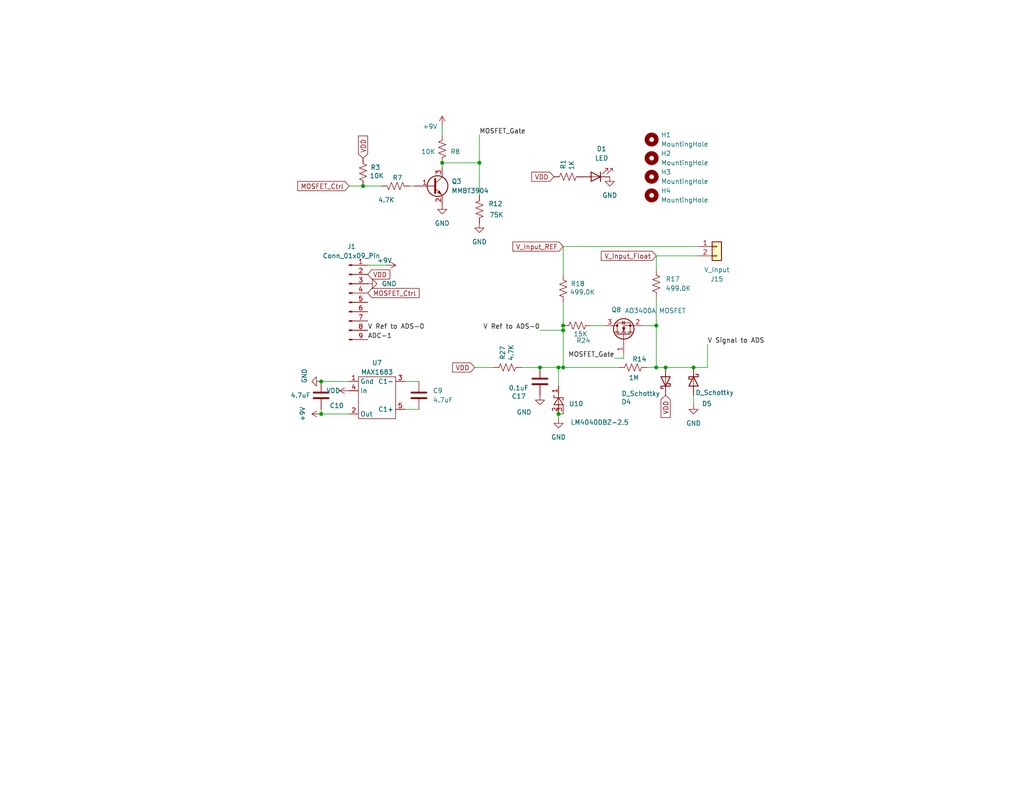
<source format=kicad_sch>
(kicad_sch (version 20250114) (generator "eeschema") (generator_version "9.0")
  (paper "USLetter")
  (title_block (title "Arduino Uno DMM Shield") (date "2025-02-22") (rev "1A") (company "Nick Mann"))
  (lib_symbols
    (symbol "Connector:Conn_01x09_Pin" (pin_names (offset 1.016) (hide yes))
      (property "Reference" "J" (at 0 12.7 0))
      (property "Value" "Conn_01x09_Pin" (at 0 -12.7 0))
      (symbol "Conn_01x09_Pin_1_1"
        (rectangle (start 0.8636 10.287) (end 0 10.033) (stroke (width 0.1524)) (fill (type outline)))
        (rectangle (start 0.8636 7.747) (end 0 7.493) (stroke (width 0.1524)) (fill (type outline)))
        (rectangle (start 0.8636 5.207) (end 0 4.953) (stroke (width 0.1524)) (fill (type outline)))
        (rectangle (start 0.8636 2.667) (end 0 2.413) (stroke (width 0.1524)) (fill (type outline)))
        (rectangle (start 0.8636 0.127) (end 0 -0.127) (stroke (width 0.1524)) (fill (type outline)))
        (rectangle (start 0.8636 -2.413) (end 0 -2.667) (stroke (width 0.1524)) (fill (type outline)))
        (rectangle (start 0.8636 -4.953) (end 0 -5.207) (stroke (width 0.1524)) (fill (type outline)))
        (rectangle (start 0.8636 -7.493) (end 0 -7.747) (stroke (width 0.1524)) (fill (type outline)))
        (rectangle (start 0.8636 -10.033) (end 0 -10.287) (stroke (width 0.1524)) (fill (type outline)))
        (polyline (pts (xy 1.27 10.16) (xy 0.8636 10.16)) (stroke (width 0.1524)))
        (polyline (pts (xy 1.27 7.62) (xy 0.8636 7.62)) (stroke (width 0.1524)))
        (polyline (pts (xy 1.27 5.08) (xy 0.8636 5.08)) (stroke (width 0.1524)))
        (polyline (pts (xy 1.27 2.54) (xy 0.8636 2.54)) (stroke (width 0.1524)))
        (polyline (pts (xy 1.27 0) (xy 0.8636 0)) (stroke (width 0.1524)))
        (polyline (pts (xy 1.27 -2.54) (xy 0.8636 -2.54)) (stroke (width 0.1524)))
        (polyline (pts (xy 1.27 -5.08) (xy 0.8636 -5.08)) (stroke (width 0.1524)))
        (polyline (pts (xy 1.27 -7.62) (xy 0.8636 -7.62)) (stroke (width 0.1524)))
        (polyline (pts (xy 1.27 -10.16) (xy 0.8636 -10.16)) (stroke (width 0.1524)))
        (pin passive line (at 5.08 10.16 180) (length 3.81) (name "Pin_1") (number "1"))
        (pin passive line (at 5.08 7.62 180) (length 3.81) (name "Pin_2") (number "2"))
        (pin passive line (at 5.08 5.08 180) (length 3.81) (name "Pin_3") (number "3"))
        (pin passive line (at 5.08 2.54 180) (length 3.81) (name "Pin_4") (number "4"))
        (pin passive line (at 5.08 0 180) (length 3.81) (name "Pin_5") (number "5"))
        (pin passive line (at 5.08 -2.54 180) (length 3.81) (name "Pin_6") (number "6"))
        (pin passive line (at 5.08 -5.08 180) (length 3.81) (name "Pin_7") (number "7"))
        (pin passive line (at 5.08 -7.62 180) (length 3.81) (name "Pin_8") (number "8"))
        (pin passive line (at 5.08 -10.16 180) (length 3.81) (name "Pin_9") (number "9"))
      )
    )
    (symbol "Connector_Generic:Conn_01x02" (pin_names (offset 1.016) (hide yes))
      (property "Reference" "J" (at 0 2.54 0))
      (property "Value" "Conn_01x02" (at 0 -5.08 0))
      (symbol "Conn_01x02_1_1"
        (rectangle (start -1.27 1.27) (end 1.27 -3.81) (stroke (width 0.254)) (fill (type background)))
        (rectangle (start -1.27 0.127) (end 0 -0.127) (stroke (width 0.1524)))
        (rectangle (start -1.27 -2.413) (end 0 -2.667) (stroke (width 0.1524)))
        (pin passive line (at -5.08 0 0) (length 3.81) (name "Pin_1") (number "1"))
        (pin passive line (at -5.08 -2.54 0) (length 3.81) (name "Pin_2") (number "2"))
      )
    )
    (symbol "Device:C" (pin_numbers (hide yes)) (pin_names (offset 0.254))
      (property "Reference" "C" (at 0.635 2.54 0))
      (property "Value" "C" (at 0.635 -2.54 0))
      (symbol "C_0_1"
        (polyline (pts (xy -2.032 0.762) (xy 2.032 0.762)) (stroke (width 0.508)))
        (polyline (pts (xy -2.032 -0.762) (xy 2.032 -0.762)) (stroke (width 0.508)))
      )
      (symbol "C_1_1"
        (pin passive line (at 0 3.81 270) (length 2.794) (name "~") (number "1"))
        (pin passive line (at 0 -3.81 90) (length 2.794) (name "~") (number "2"))
      )
    )
    (symbol "Device:D_Schottky" (pin_numbers (hide yes)) (pin_names (offset 1.016) (hide yes))
      (property "Reference" "D" (at 0 2.54 0))
      (property "Value" "D_Schottky" (at 0 -2.54 0))
      (symbol "D_Schottky_0_1"
        (polyline (pts (xy -1.905 0.635) (xy -1.905 1.27) (xy -1.27 1.27) (xy -1.27 -1.27) (xy -0.635 -1.27) (xy -0.635 -0.635)) (stroke (width 0.254)))
        (polyline (pts (xy 1.27 1.27) (xy 1.27 -1.27) (xy -1.27 0) (xy 1.27 1.27)) (stroke (width 0.254)))
        (polyline (pts (xy 1.27 0) (xy -1.27 0)))
      )
      (symbol "D_Schottky_1_1"
        (pin passive line (at -3.81 0 0) (length 2.54) (name "K") (number "1"))
        (pin passive line (at 3.81 0 180) (length 2.54) (name "A") (number "2"))
      )
    )
    (symbol "Device:LED" (pin_numbers (hide yes)) (pin_names (offset 1.016) (hide yes))
      (property "Reference" "D" (at 0 2.54 0))
      (property "Value" "LED" (at 0 -2.54 0))
      (symbol "LED_0_1"
        (polyline (pts (xy -3.048 -0.762) (xy -4.572 -2.286) (xy -3.81 -2.286) (xy -4.572 -2.286) (xy -4.572 -1.524)))
        (polyline (pts (xy -1.778 -0.762) (xy -3.302 -2.286) (xy -2.54 -2.286) (xy -3.302 -2.286) (xy -3.302 -1.524)))
        (polyline (pts (xy -1.27 0) (xy 1.27 0)))
        (polyline (pts (xy -1.27 -1.27) (xy -1.27 1.27)) (stroke (width 0.254)))
        (polyline (pts (xy 1.27 -1.27) (xy 1.27 1.27) (xy -1.27 0) (xy 1.27 -1.27)) (stroke (width 0.254)))
      )
      (symbol "LED_1_1"
        (pin passive line (at -3.81 0 0) (length 2.54) (name "K") (number "1"))
        (pin passive line (at 3.81 0 180) (length 2.54) (name "A") (number "2"))
      )
    )
    (symbol "Device:R_US" (pin_numbers (hide yes)) (pin_names (offset 0))
      (property "Reference" "R" (at 2.54 0 90))
      (property "Value" "R_US" (at -2.54 0 90))
      (symbol "R_US_0_1"
        (polyline (pts (xy 0 2.286) (xy 0 2.54)))
        (polyline (pts (xy 0 2.286) (xy 1.016 1.905) (xy 0 1.524) (xy -1.016 1.143) (xy 0 0.762)))
        (polyline (pts (xy 0 0.762) (xy 1.016 0.381) (xy 0 0) (xy -1.016 -0.381) (xy 0 -0.762)))
        (polyline (pts (xy 0 -0.762) (xy 1.016 -1.143) (xy 0 -1.524) (xy -1.016 -1.905) (xy 0 -2.286)))
        (polyline (pts (xy 0 -2.286) (xy 0 -2.54)))
      )
      (symbol "R_US_1_1"
        (pin passive line (at 0 3.81 270) (length 1.27) (name "~") (number "1"))
        (pin passive line (at 0 -3.81 90) (length 1.27) (name "~") (number "2"))
      )
    )
    (symbol "MIC4801:MAX1683"
      (property "Reference" "U" (at 0 0 0))
      (symbol "MAX1683_0_1"
        (rectangle (start 1.27 6.35) (end 11.43 -5.08))
      )
      (symbol "MAX1683_1_1"
        (pin input line (at -1.27 5.08 0) (length 2.54) (name "Gnd") (number "1"))
        (pin input line (at -1.27 2.54 0) (length 2.54) (name "In") (number "4"))
        (pin output line (at -1.27 -3.81 0) (length 2.54) (name "Out") (number "2"))
        (pin output line (at 13.97 5.08 180) (length 2.54) (name "C1-") (number "3"))
        (pin output line (at 13.97 -2.54 180) (length 2.54) (name "C1+") (number "5"))
      )
    )
    (symbol "Mechanical:MountingHole" (pin_names (offset 1.016)) (in_bom no)
      (property "Reference" "H" (at 0 5.08 0))
      (property "Value" "MountingHole" (at 0 3.175 0))
      (symbol "MountingHole_0_1"
        (circle (center 0 0) (radius 1.27) (stroke (width 1.27)))
      )
    )
    (symbol "Reference_Voltage:LM4040DBZ-2.5" (pin_names (offset 0.0254) (hide yes))
      (property "Reference" "U10" (at -1.778 7.112 90))
      (property "Value" "LM4040DBZ-2.5" (at -4.572 17.018 90))
      (symbol "LM4040DBZ-2.5_0_1"
        (polyline (pts (xy -1.27 0) (xy 0 0) (xy 1.27 0)))
        (polyline (pts (xy -1.27 -1.27) (xy 0.635 0) (xy -1.27 1.27) (xy -1.27 -1.27)) (stroke (width 0.2032)))
        (polyline (pts (xy 0 -1.27) (xy 0.635 -1.27) (xy 0.635 1.27) (xy 1.27 1.27)) (stroke (width 0.2032)))
      )
      (symbol "LM4040DBZ-2.5_1_1"
        (pin passive line (at -3.81 0 0) (length 2.54) (name "A") (number "2"))
        (pin input line (at -3.81 -1.27 0) (length 2.54) (name "nc_(gnd)") (number "3"))
        (pin passive line (at 3.81 0 180) (length 2.54) (name "K") (number "1"))
      )
    )
    (symbol "Transistor_BJT:MMBT3904" (pin_names (offset 0) (hide yes))
      (property "Reference" "Q" (at 5.08 1.905 0))
      (property "Value" "MMBT3904" (at 5.08 0 0))
      (symbol "MMBT3904_0_1"
        (polyline (pts (xy 0.635 1.905) (xy 0.635 -1.905) (xy 0.635 -1.905)) (stroke (width 0.508)))
        (polyline (pts (xy 0.635 0.635) (xy 2.54 2.54)))
        (polyline (pts (xy 0.635 -0.635) (xy 2.54 -2.54) (xy 2.54 -2.54)))
        (circle (center 1.27 0) (radius 2.8194) (stroke (width 0.254)))
        (polyline (pts (xy 1.27 -1.778) (xy 1.778 -1.27) (xy 2.286 -2.286) (xy 1.27 -1.778) (xy 1.27 -1.778)) (fill (type outline)))
      )
      (symbol "MMBT3904_1_1"
        (pin input line (at -5.08 0 0) (length 5.715) (name "B") (number "1"))
        (pin passive line (at 2.54 5.08 270) (length 2.54) (name "C") (number "3"))
        (pin passive line (at 2.54 -5.08 90) (length 2.54) (name "E") (number "2"))
      )
    )
    (symbol "Transistor_FET:DMG2302U" (pin_names (hide yes))
      (property "Reference" "Q" (at 5.08 1.905 0))
      (property "Value" "DMG2302U" (at 5.08 0 0))
      (symbol "DMG2302U_0_1"
        (polyline (pts (xy 0.254 1.905) (xy 0.254 -1.905)) (stroke (width 0.254)))
        (polyline (pts (xy 0.254 0) (xy -2.54 0)))
        (polyline (pts (xy 0.762 2.286) (xy 0.762 1.27)) (stroke (width 0.254)))
        (polyline (pts (xy 0.762 0.508) (xy 0.762 -0.508)) (stroke (width 0.254)))
        (polyline (pts (xy 0.762 -1.27) (xy 0.762 -2.286)) (stroke (width 0.254)))
        (polyline (pts (xy 0.762 -1.778) (xy 3.302 -1.778) (xy 3.302 1.778) (xy 0.762 1.778)))
        (polyline (pts (xy 1.016 0) (xy 2.032 0.381) (xy 2.032 -0.381) (xy 1.016 0)) (fill (type outline)))
        (circle (center 1.651 0) (radius 2.794) (stroke (width 0.254)))
        (polyline (pts (xy 2.54 2.54) (xy 2.54 1.778)))
        (circle (center 2.54 1.778) (radius 0.254) (fill (type outline)))
        (circle (center 2.54 -1.778) (radius 0.254) (fill (type outline)))
        (polyline (pts (xy 2.54 -2.54) (xy 2.54 0) (xy 0.762 0)))
        (polyline (pts (xy 2.794 0.508) (xy 2.921 0.381) (xy 3.683 0.381) (xy 3.81 0.254)))
        (polyline (pts (xy 3.302 0.381) (xy 2.921 -0.254) (xy 3.683 -0.254) (xy 3.302 0.381)))
      )
      (symbol "DMG2302U_1_1"
        (pin input line (at -5.08 0 0) (length 2.54) (name "G") (number "1"))
        (pin passive line (at 2.54 5.08 270) (length 2.54) (name "D") (number "3"))
        (pin passive line (at 2.54 -5.08 90) (length 2.54) (name "S") (number "2"))
      )
    )
    (symbol "power:+5V" (power) (pin_names (offset 0))
      (property "Value" "+5V" (at 0 3.556 0))
      (symbol "+5V_0_1"
        (polyline (pts (xy -0.762 1.27) (xy 0 2.54)))
        (polyline (pts (xy 0 2.54) (xy 0.762 1.27)))
        (polyline (pts (xy 0 0) (xy 0 2.54)))
      )
      (symbol "+5V_1_1"
        (pin power_in line (at 0 0 90) (length 0) (hide yes) (name "+5V") (number "1"))
      )
    )
    (symbol "power:+9V" (power) (pin_numbers (hide yes)) (pin_names (offset 0) (hide yes))
      (property "Value" "+9V" (at 0 3.556 0))
      (symbol "+9V_0_1"
        (polyline (pts (xy -0.762 1.27) (xy 0 2.54)))
        (polyline (pts (xy 0 2.54) (xy 0.762 1.27)))
        (polyline (pts (xy 0 0) (xy 0 2.54)))
      )
      (symbol "+9V_1_1"
        (pin power_in line (at 0 0 90) (length 0) (name "~") (number "1"))
      )
    )
    (symbol "power:GND" (power) (pin_names (offset 0))
      (property "Value" "GND" (at 0 -3.81 0))
      (symbol "GND_0_1"
        (polyline (pts (xy 0 0) (xy 0 -1.27) (xy 1.27 -1.27) (xy 0 -2.54) (xy -1.27 -1.27) (xy 0 -1.27)))
      )
      (symbol "GND_1_1"
        (pin power_in line (at 0 0 270) (length 0) (hide yes) (name "GND") (number "1"))
      )
    )
  )
  (junction (at 179.07 100.33))
  (junction (at 99.06 50.8))
  (junction (at 152.4 113.03))
  (junction (at 189.23 100.33))
  (junction (at 153.67 90.17))
  (junction (at 120.65 44.45))
  (junction (at 147.32 100.33))
  (junction (at 153.67 88.9))
  (junction (at 130.81 44.45))
  (junction (at 179.07 88.9))
  (junction (at 181.61 100.33))
  (junction (at 87.63 113.03))
  (junction (at 87.63 104.14))
  (junction (at 153.67 100.33))
  (junction (at 152.4 100.33))
  (wire (pts (xy 153.67 82.55) (xy 153.67 88.9)))
  (wire (pts (xy 153.67 90.17) (xy 153.67 100.33)))
  (wire (pts (xy 179.07 69.85) (xy 179.07 73.66)))
  (wire (pts (xy 113.03 50.8) (xy 111.76 50.8)))
  (wire (pts (xy 153.67 88.9) (xy 153.67 90.17)))
  (wire (pts (xy 142.24 100.33) (xy 147.32 100.33)))
  (wire (pts (xy 152.4 113.03) (xy 153.67 113.03)))
  (wire (pts (xy 120.65 44.45) (xy 120.65 45.72)))
  (wire (pts (xy 87.63 104.14) (xy 95.25 104.14)))
  (wire (pts (xy 179.07 100.33) (xy 181.61 100.33)))
  (wire (pts (xy 152.4 114.3) (xy 152.4 113.03)))
  (wire (pts (xy 176.53 100.33) (xy 179.07 100.33)))
  (wire (pts (xy 147.32 100.33) (xy 152.4 100.33)))
  (wire (pts (xy 130.81 36.83) (xy 130.81 44.45)))
  (wire (pts (xy 190.5 67.31) (xy 153.67 67.31)))
  (wire (pts (xy 193.04 93.98) (xy 193.04 100.33)))
  (wire (pts (xy 179.07 88.9) (xy 179.07 100.33)))
  (wire (pts (xy 147.32 90.17) (xy 153.67 90.17)))
  (wire (pts (xy 153.67 100.33) (xy 168.91 100.33)))
  (wire (pts (xy 152.4 105.41) (xy 152.4 100.33)))
  (wire (pts (xy 87.63 111.76) (xy 87.63 113.03)))
  (wire (pts (xy 120.65 36.83) (xy 120.65 34.29)))
  (wire (pts (xy 189.23 107.95) (xy 189.23 110.49)))
  (wire (pts (xy 152.4 100.33) (xy 153.67 100.33)))
  (wire (pts (xy 170.18 97.79) (xy 170.18 96.52)))
  (wire (pts (xy 161.29 88.9) (xy 165.1 88.9)))
  (wire (pts (xy 110.49 104.14) (xy 114.3 104.14)))
  (wire (pts (xy 99.06 50.8) (xy 104.14 50.8)))
  (wire (pts (xy 87.63 113.03) (xy 95.25 113.03)))
  (wire (pts (xy 110.49 111.76) (xy 114.3 111.76)))
  (wire (pts (xy 134.62 100.33) (xy 129.54 100.33)))
  (wire (pts (xy 153.67 67.31) (xy 153.67 74.93)))
  (wire (pts (xy 95.25 50.8) (xy 99.06 50.8)))
  (wire (pts (xy 175.26 88.9) (xy 179.07 88.9)))
  (wire (pts (xy 193.04 100.33) (xy 189.23 100.33)))
  (wire (pts (xy 181.61 100.33) (xy 189.23 100.33)))
  (wire (pts (xy 130.81 44.45) (xy 130.81 53.34)))
  (wire (pts (xy 130.81 44.45) (xy 120.65 44.45)))
  (wire (pts (xy 179.07 81.28) (xy 179.07 88.9)))
  (wire (pts (xy 179.07 69.85) (xy 190.5 69.85)))
  (wire (pts (xy 105.41 72.39) (xy 100.33 72.39)))
  (wire (pts (xy 167.64 97.79) (xy 170.18 97.79)))
  (label "V Ref to ADS-0" (at 147.32 90.17 180))
  (label "V Signal to ADS" (at 193.04 93.98 0))
  (label "ADC-1" (at 100.33 92.71 0))
  (label "MOSFET_Gate" (at 130.81 36.83 0))
  (label "V Ref to ADS-0" (at 100.33 90.17 0))
  (label "MOSFET_Gate" (at 167.64 97.79 180))
  (global_label "MOSFET_Ctrl" (shape input) (at 95.25 50.8 180) (property "Intersheetrefs" "${INTERSHEET_REFS}" (effects (hide yes))))
  (global_label "VDD" (shape input) (at 99.06 43.18 90) (property "Intersheetrefs" "${INTERSHEET_REFS}" (effects (hide yes))))
  (global_label "MOSFET_Ctrl" (shape input) (at 100.33 80.01 0) (property "Intersheetrefs" "${INTERSHEET_REFS}" (effects (hide yes))))
  (global_label "VDD" (shape input) (at 181.61 107.95 270) (property "Intersheetrefs" "${INTERSHEET_REFS}" (effects (hide yes))))
  (global_label "V_Input_Float" (shape input) (at 179.07 69.85 180) (property "Intersheetrefs" "${INTERSHEET_REFS}" (effects (hide yes))))
  (global_label "VDD" (shape input) (at 100.33 74.93 0) (property "Intersheetrefs" "${INTERSHEET_REFS}" (effects (hide yes))))
  (global_label "V_Input_REF" (shape input) (at 153.67 67.31 180) (property "Intersheetrefs" "${INTERSHEET_REFS}" (effects (hide yes))))
  (global_label "VDD" (shape input) (at 151.13 48.26 180) (property "Intersheetrefs" "${INTERSHEET_REFS}" (effects (hide yes))))
  (global_label "VDD" (shape input) (at 129.54 100.33 180) (property "Intersheetrefs" "${INTERSHEET_REFS}" (effects (hide yes))))
  (symbol (lib_id "Device:R_US") (at 107.95 50.8 90) (mirror x) (unit 1)
    (property "Reference" "R7" (at 108.458 48.514 90))
    (property "Value" "4.7K" (at 105.41 54.61 90))
    (property "Footprint" "Resistor_SMD:R_0805_2012Metric_Pad1.20x1.40mm_HandSolder" (effects (hide yes)))
    (property "Description" "Resistor, US symbol" (effects (hide yes)))
    (property "Function" "BJTCurrentLimit1" (effects (hide yes)))
  )
  (symbol (lib_id "Device:C") (at 87.63 107.95 0) (unit 1)
    (property "Reference" "C10" (at 89.916 110.744 0) (effects (justify left)))
    (property "Value" "4.7uF" (at 79.248 107.95 0) (effects (justify left)))
    (property "Footprint" "Capacitor_SMD:C_0805_2012Metric_Pad1.18x1.45mm_HandSolder" (effects (hide yes)))
    (property "Description" "Unpolarized capacitor" (effects (hide yes)))
    (property "Function" "Charge Pump" (effects (hide yes)))
  )
  (symbol (lib_id "Transistor_BJT:MMBT3904") (at 118.11 50.8 0) (unit 1)
    (property "Reference" "Q3" (at 123.19 49.5299 0) (effects (justify left)))
    (property "Value" "MMBT3904" (at 123.19 52.0699 0) (effects (justify left)))
    (property "Footprint" "Package_TO_SOT_SMD:SOT-23" (effects (hide yes)))
    (property "Datasheet" "https://www.onsemi.com/pdf/datasheet/pzt3904-d.pdf" (effects (hide yes)))
    (property "Description" "0.2A Ic, 40V Vce, Small Signal NPN Transistor, SOT-23" (effects (hide yes)))
    (property "ValueTemp" "MMBT3904" (effects (hide yes)))
    (property "Function" "Range Switch Control" (effects (hide yes)))
  )
  (symbol (lib_id "power:+9V") (at 87.63 113.03 90) (unit 1)
    (property "Reference" "#PWR036" (effects (hide yes)))
    (property "Value" "+9V" (at 82.55 113.03 0))
    (property "Description" "Power symbol creates a global label with name \"+9V\"" (effects (hide yes)))
  )
  (symbol (lib_id "Transistor_FET:DMG2302U") (at 170.18 91.44 90) (unit 1)
    (property "Reference" "Q8" (at 168.148 84.582 90))
    (property "Value" "AO3400A MOSFET" (at 178.816 84.836 90))
    (property "Footprint" "Package_TO_SOT_SMD:SOT-23" (effects (hide yes)))
    (property "Datasheet" "http://www.diodes.com/assets/Datasheets/DMG2302U.pdf" (effects (hide yes)))
    (property "Description" "4.2A Id, 20V Vds, N-Channel MOSFET, SOT-23" (effects (hide yes)))
    (property "Function" "R Circuit Range Switch" (effects (hide yes)))
  )
  (symbol (lib_id "Device:R_US") (at 179.07 77.47 0) (unit 1)
    (property "Reference" "R17" (at 181.61 76.1999 0) (effects (justify left)))
    (property "Value" "499.0K" (at 181.61 78.7399 0) (effects (justify left)))
    (property "Footprint" "Resistor_SMD:R_0805_2012Metric_Pad1.20x1.40mm_HandSolder" (effects (hide yes)))
    (property "Description" "Resistor, US symbol" (effects (hide yes)))
    (property "ValueTemp" "75K" (effects (hide yes)))
    (property "Function" "V Signal Divider" (effects (hide yes)))
  )
  (symbol (lib_id "Device:R_US") (at 138.43 100.33 90) (unit 1)
    (property "Reference" "R27" (at 137.16 98.298 0) (effects (justify left)))
    (property "Value" "4.7K" (at 139.446 98.552 0) (effects (justify left)))
    (property "Footprint" "Resistor_SMD:R_0805_2012Metric_Pad1.20x1.40mm_HandSolder" (effects (hide yes)))
    (property "Description" "Resistor, US symbol" (effects (hide yes)))
    (property "ValueTemp" "5K" (effects (hide yes)))
    (property "Function" "Current Limit" (effects (hide yes)))
  )
  (symbol (lib_id "power:+9V") (at 105.41 72.39 270) (unit 1)
    (property "Reference" "#PWR02" (effects (hide yes)))
    (property "Value" "+9V" (at 102.87 71.12 90) (effects (justify left)))
    (property "Description" "Power symbol creates a global label with name \"+9V\"" (effects (hide yes)))
  )
  (symbol (lib_id "Device:D_Schottky") (at 189.23 104.14 270) (unit 1)
    (property "Reference" "D5" (at 191.516 110.236 90) (effects (justify left)))
    (property "Value" "D_Schottky" (at 189.738 107.188 90) (effects (justify left)))
    (property "Footprint" "Diode_SMD:D_SOD-123" (effects (hide yes)))
    (property "Description" "Schottky diode" (effects (hide yes)))
    (property "Function" "Overvoltage Proection" (effects (hide yes)))
  )
  (symbol (lib_id "power:+5V") (at 95.25 106.68 90) (unit 1)
    (property "Reference" "#PWR039" (effects (hide yes)))
    (property "Value" "VDD" (at 90.932 106.68 90))
  )
  (symbol (lib_id "power:GND") (at 100.33 77.47 90) (unit 1)
    (property "Reference" "#PWR01" (effects (hide yes)))
    (property "Value" "GND" (at 104.14 77.4699 90) (effects (justify right)))
    (property "Description" "Power symbol creates a global label with name \"GND\" , ground" (effects (hide yes)))
  )
  (symbol (lib_id "power:GND") (at 166.37 48.26 0) (unit 1)
    (property "Reference" "#PWR04" (effects (hide yes)))
    (property "Value" "GND" (at 166.37 53.34 0))
    (property "Description" "Power symbol creates a global label with name \"GND\" , ground" (effects (hide yes)))
  )
  (symbol (lib_id "power:GND") (at 87.63 104.14 270) (unit 1)
    (property "Reference" "#PWR037" (effects (hide yes)))
    (property "Value" "GND" (at 83.058 102.616 0))
    (property "Description" "Power symbol creates a global label with name \"GND\" , ground" (effects (hide yes)))
  )
  (symbol (lib_id "Mechanical:MountingHole") (at 177.8 48.26 0) (unit 1) (in_bom no)
    (property "Reference" "H3" (at 180.34 46.9899 0) (effects (justify left)))
    (property "Value" "MountingHole" (at 180.34 49.5299 0) (effects (justify left)))
    (property "Footprint" "MountingHole:MountingHole_3.2mm_M3_DIN965_Pad_TopBottom" (effects (hide yes)))
    (property "Description" "Mounting Hole without connection" (effects (hide yes)))
  )
  (symbol (lib_id "MIC4801:MAX1683") (at 96.52 109.22 0) (unit 1)
    (property "Reference" "U7" (at 102.87 99.06 0))
    (property "Value" "MAX1683" (at 102.87 101.6 0))
    (property "Footprint" "Package_TO_SOT_SMD:SOT-23-5_HandSoldering" (effects (hide yes)))
    (property "Datasheet" "https://www.analog.com/media/en/technical-documentation/data-sheets/MAX1682-MAX1683.pdf" (effects (hide yes)))
    (property "Description" "IC REG CHARGE PUMP 2VIN SOT23-5" (effects (hide yes)))
    (property "Function" "Voltage Doubler" (effects (hide yes)))
  )
  (symbol (lib_id "Device:R_US") (at 120.65 40.64 0) (mirror x) (unit 1)
    (property "Reference" "R8" (at 124.206 41.402 0))
    (property "Value" "10K" (at 116.84 41.402 0))
    (property "Footprint" "Resistor_SMD:R_0805_2012Metric_Pad1.20x1.40mm_HandSolder" (effects (hide yes)))
    (property "Description" "Resistor, US symbol" (effects (hide yes)))
    (property "Function" "BJTCurrentLimit2" (effects (hide yes)))
  )
  (symbol (lib_id "Connector_Generic:Conn_01x02") (at 195.58 67.31 0) (unit 1)
    (property "Reference" "J15" (at 195.58 76.2 0))
    (property "Value" "V_Input" (at 195.58 73.66 0))
    (property "Footprint" "TerminalBlock_Phoenix:TerminalBlock_Phoenix_MKDS-3-2-5.08_1x02_P5.08mm_Horizontal" (effects (hide yes)))
    (property "Description" "Generic connector, single row, 01x02, script generated (kicad-library-utils/schlib/autogen/connector/)" (effects (hide yes)))
    (property "ValueTemp" "Barrel_Jack" (effects (hide yes)))
  )
  (symbol (lib_id "Mechanical:MountingHole") (at 177.8 53.34 0) (unit 1) (in_bom no)
    (property "Reference" "H4" (at 180.34 52.0699 0) (effects (justify left)))
    (property "Value" "MountingHole" (at 180.34 54.6099 0) (effects (justify left)))
    (property "Footprint" "MountingHole:MountingHole_3.2mm_M3_DIN965_Pad_TopBottom" (effects (hide yes)))
    (property "Description" "Mounting Hole without connection" (effects (hide yes)))
  )
  (symbol (lib_id "Device:LED") (at 162.56 48.26 180) (unit 1)
    (property "Reference" "D1" (at 164.1475 40.64 0))
    (property "Value" "LED" (at 164.1475 43.18 0))
    (property "Footprint" "LED_SMD:LED_0805_2012Metric_Pad1.15x1.40mm_HandSolder" (effects (hide yes)))
    (property "Description" "Light emitting diode" (effects (hide yes)))
    (property "Sim.Pins" "1=K 2=A" (effects (hide yes)))
  )
  (symbol (lib_id "Mechanical:MountingHole") (at 177.8 38.1 0) (unit 1) (in_bom no)
    (property "Reference" "H1" (at 180.34 36.8299 0) (effects (justify left)))
    (property "Value" "MountingHole" (at 180.34 39.3699 0) (effects (justify left)))
    (property "Footprint" "MountingHole:MountingHole_3.2mm_M3_DIN965_Pad_TopBottom" (effects (hide yes)))
    (property "Description" "Mounting Hole without connection" (effects (hide yes)))
  )
  (symbol (lib_id "Device:R_US") (at 130.81 57.15 0) (mirror x) (unit 1)
    (property "Reference" "R12" (at 137.16 55.626 0) (effects (justify right)))
    (property "Value" "75K" (at 137.414 58.674 0) (effects (justify right)))
    (property "Footprint" "Resistor_SMD:R_0805_2012Metric_Pad1.20x1.40mm_HandSolder" (effects (hide yes)))
    (property "Description" "Resistor, US symbol" (effects (hide yes)))
    (property "Function" "MOSFET Bleeder1" (effects (hide yes)))
  )
  (symbol (lib_id "Reference_Voltage:LM4040DBZ-2.5") (at 152.4 109.22 90) (unit 1)
    (property "Reference" "U10" (at 155.194 110.236 90) (effects (justify right)))
    (property "Value" "LM4040DBZ-2.5" (at 155.702 115.316 90) (effects (justify right)))
    (property "Footprint" "Package_TO_SOT_SMD:SOT-23" (effects (hide yes)))
    (property "Datasheet" "http://www.ti.com/lit/ds/symlink/lm4040-n.pdf" (effects (hide yes)))
    (property "Description" "2.500V Precision Micropower Shunt Voltage Reference, SOT-23" (effects (hide yes)))
    (property "Function" "V Reference Control" (effects (hide yes)))
  )
  (symbol (lib_id "Device:C") (at 114.3 107.95 0) (unit 1)
    (property "Reference" "C9" (at 118.11 106.6799 0) (effects (justify left)))
    (property "Value" "4.7uF" (at 118.11 109.2199 0) (effects (justify left)))
    (property "Footprint" "Capacitor_SMD:C_0805_2012Metric_Pad1.18x1.45mm_HandSolder" (effects (hide yes)))
    (property "Description" "Unpolarized capacitor" (effects (hide yes)))
    (property "Function" "Charge Pump" (effects (hide yes)))
  )
  (symbol (lib_id "Device:R_US") (at 172.72 100.33 90) (unit 1)
    (property "Reference" "R14" (at 174.498 98.044 90))
    (property "Value" "1M" (at 172.974 103.124 90))
    (property "Footprint" "Resistor_SMD:R_0805_2012Metric_Pad1.20x1.40mm_HandSolder" (effects (hide yes)))
    (property "Description" "Resistor, US symbol" (effects (hide yes)))
    (property "Function" "V Bridge" (effects (hide yes)))
  )
  (symbol (lib_id "Device:R_US") (at 99.06 46.99 0) (unit 1)
    (property "Reference" "R3" (at 101.092 45.72 0) (effects (justify left)))
    (property "Value" "10K" (at 100.838 48.006 0) (effects (justify left)))
    (property "Footprint" "Resistor_SMD:R_0805_2012Metric_Pad1.20x1.40mm_HandSolder" (effects (hide yes)))
    (property "Description" "Resistor, US symbol" (effects (hide yes)))
    (property "Function" "V Driver Pullup" (effects (hide yes)))
  )
  (symbol (lib_id "Device:D_Schottky") (at 181.61 104.14 90) (unit 1)
    (property "Reference" "D4" (at 172.212 109.728 90) (effects (justify left)))
    (property "Value" "D_Schottky" (at 180.086 107.442 90) (effects (justify left)))
    (property "Footprint" "Diode_SMD:D_SOD-123" (effects (hide yes)))
    (property "Description" "Schottky diode" (effects (hide yes)))
    (property "Function" "Overvoltage Proection" (effects (hide yes)))
  )
  (symbol (lib_id "Device:R_US") (at 157.48 88.9 270) (unit 1)
    (property "Reference" "R24" (at 157.226 92.964 90) (effects (justify left)))
    (property "Value" "15K" (at 156.464 91.186 90) (effects (justify left)))
    (property "Footprint" "Resistor_SMD:R_0805_2012Metric_Pad1.20x1.40mm_HandSolder" (effects (hide yes)))
    (property "Description" "Resistor, US symbol" (effects (hide yes)))
    (property "Function" "V REF Divider" (effects (hide yes)))
  )
  (symbol (lib_id "Device:C") (at 147.32 104.14 180) (unit 1)
    (property "Reference" "C17" (at 143.51 108.204 0) (effects (justify left)))
    (property "Value" "0.1uF" (at 144.272 105.918 0) (effects (justify left)))
    (property "Footprint" "Capacitor_SMD:C_0805_2012Metric_Pad1.18x1.45mm_HandSolder" (effects (hide yes)))
    (property "Description" "Unpolarized capacitor" (effects (hide yes)))
    (property "Function" "Voltage Ref Smoothing" (effects (hide yes)))
  )
  (symbol (lib_id "Mechanical:MountingHole") (at 177.8 43.18 0) (unit 1) (in_bom no)
    (property "Reference" "H2" (at 180.34 41.9099 0) (effects (justify left)))
    (property "Value" "MountingHole" (at 180.34 44.4499 0) (effects (justify left)))
    (property "Footprint" "MountingHole:MountingHole_3.2mm_M3_DIN965_Pad_TopBottom" (effects (hide yes)))
    (property "Description" "Mounting Hole without connection" (effects (hide yes)))
  )
  (symbol (lib_id "Connector:Conn_01x09_Pin") (at 95.25 82.55 0) (unit 1)
    (property "Reference" "J1" (at 95.885 67.31 0))
    (property "Value" "Conn_01x09_Pin" (at 95.885 69.85 0))
    (property "Footprint" "Connector_PinHeader_2.54mm:PinHeader_1x09_P2.54mm_Vertical" (effects (hide yes)))
    (property "Description" "Generic connector, single row, 01x09, script generated" (effects (hide yes)))
  )
  (symbol (lib_id "Device:R_US") (at 154.94 48.26 90) (unit 1)
    (property "Reference" "R1" (at 153.67 46.228 0) (effects (justify left)))
    (property "Value" "1K" (at 155.956 46.482 0) (effects (justify left)))
    (property "Footprint" "Resistor_SMD:R_0805_2012Metric_Pad1.20x1.40mm_HandSolder" (effects (hide yes)))
    (property "Description" "Resistor, US symbol" (effects (hide yes)))
    (property "Function" "V Driver Pullup" (effects (hide yes)))
  )
  (symbol (lib_id "power:GND") (at 147.32 107.95 0) (unit 1)
    (property "Reference" "#PWR061" (effects (hide yes)))
    (property "Value" "GND" (at 143.002 112.522 0))
    (property "Description" "Power symbol creates a global label with name \"GND\" , ground" (effects (hide yes)))
  )
  (symbol (lib_id "Device:R_US") (at 153.67 78.74 0) (unit 1)
    (property "Reference" "R18" (at 155.702 77.47 0) (effects (justify left)))
    (property "Value" "499.0K" (at 155.448 79.756 0) (effects (justify left)))
    (property "Footprint" "Resistor_SMD:R_0805_2012Metric_Pad1.20x1.40mm_HandSolder" (effects (hide yes)))
    (property "Description" "Resistor, US symbol" (effects (hide yes)))
    (property "Function" "V REF Divider" (effects (hide yes)))
  )
  (symbol (lib_id "power:GND") (at 120.65 55.88 0) (mirror y) (unit 1)
    (property "Reference" "#PWR048" (effects (hide yes)))
    (property "Value" "GND" (at 120.65 60.96 0))
    (property "Description" "Power symbol creates a global label with name \"GND\" , ground" (effects (hide yes)))
  )
  (symbol (lib_id "power:GND") (at 189.23 110.49 0) (unit 1)
    (property "Reference" "#PWR062" (effects (hide yes)))
    (property "Value" "GND" (at 189.23 115.57 0))
    (property "Description" "Power symbol creates a global label with name \"GND\" , ground" (effects (hide yes)))
  )
  (symbol (lib_id "power:+9V") (at 120.65 34.29 0) (mirror y) (unit 1)
    (property "Reference" "#PWR050" (effects (hide yes)))
    (property "Value" "+9V" (at 119.38 34.544 0) (effects (justify left)))
    (property "Description" "Power symbol creates a global label with name \"+9V\"" (effects (hide yes)))
  )
  (symbol (lib_id "power:GND") (at 130.81 60.96 0) (mirror y) (unit 1)
    (property "Reference" "#PWR046" (effects (hide yes)))
    (property "Value" "GND" (at 130.81 66.04 0))
    (property "Description" "Power symbol creates a global label with name \"GND\" , ground" (effects (hide yes)))
  )
  (symbol (lib_id "power:GND") (at 152.4 114.3 0) (unit 1)
    (property "Reference" "#PWR064" (effects (hide yes)))
    (property "Value" "GND" (at 152.4 119.38 0))
    (property "Description" "Power symbol creates a global label with name \"GND\" , ground" (effects (hide yes)))
  )
)
</source>
